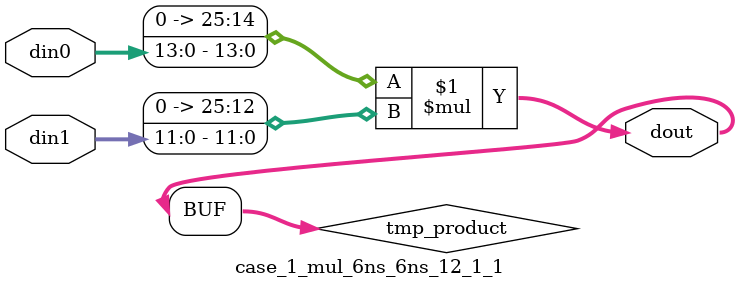
<source format=v>

`timescale 1 ns / 1 ps

 (* use_dsp = "no" *)  module case_1_mul_6ns_6ns_12_1_1(din0, din1, dout);
parameter ID = 1;
parameter NUM_STAGE = 0;
parameter din0_WIDTH = 14;
parameter din1_WIDTH = 12;
parameter dout_WIDTH = 26;

input [din0_WIDTH - 1 : 0] din0; 
input [din1_WIDTH - 1 : 0] din1; 
output [dout_WIDTH - 1 : 0] dout;

wire signed [dout_WIDTH - 1 : 0] tmp_product;
























assign tmp_product = $signed({1'b0, din0}) * $signed({1'b0, din1});











assign dout = tmp_product;





















endmodule

</source>
